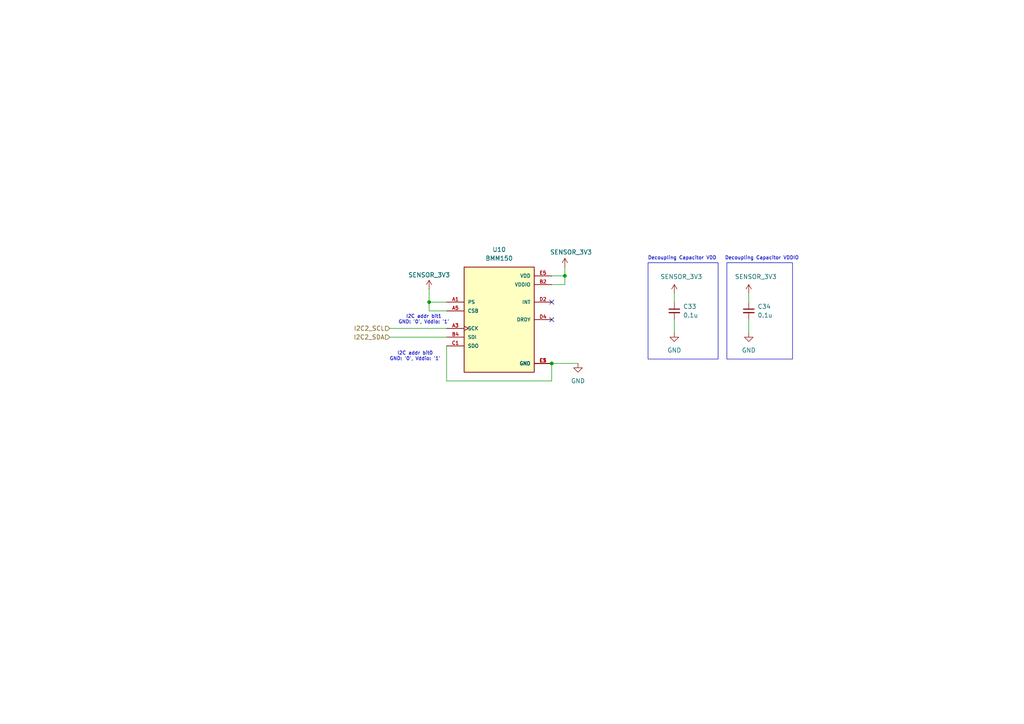
<source format=kicad_sch>
(kicad_sch (version 20231120) (generator "eeschema") (generator_version "8.0")
  (paper "A4")
  (lib_symbols
    (symbol "Device:C_Small" (pin_numbers hide) (pin_names (offset 0.254) hide)
      (property "Reference" "C" (at 0.254 1.778 0))
      (property "Value" "C_Small" (at 0.254 -2.032 0))
      (symbol "C_Small_0_1"
        (polyline (pts (xy -1.524 -0.508) (xy 1.524 -0.508)) (stroke (width 0.3302)))
        (polyline (pts (xy -1.524 0.508) (xy 1.524 0.508)) (stroke (width 0.3048)))
      )
      (symbol "C_Small_1_1"
        (pin passive line (at 0 2.54 270) (length 2.032) (name "~") (number "1"))
        (pin passive line (at 0 -2.54 90) (length 2.032) (name "~") (number "2"))
      )
    )
    (symbol "Magnetometer:BMM150" (pin_names (offset 1.016))
      (property "Reference" "U" (at -10.16 16.51 0))
      (property "Value" "BMM150" (at -10.16 -16.51 0))
      (symbol "BMM150_0_0"
        (rectangle (start -10.16 -15.24) (end 10.16 15.24) (stroke (width 0.254)) (fill (type background)))
        (pin input line (at -15.24 5.08 0) (length 5.08) (name "PS") (number "A1"))
        (pin input clock (at -15.24 -2.54 0) (length 5.08) (name "SCK") (number "A3"))
        (pin input line (at -15.24 2.54 0) (length 5.08) (name "CSB") (number "A5"))
        (pin power_in line (at 15.24 10.16 180) (length 5.08) (name "VDDIO") (number "B2"))
        (pin bidirectional line (at -15.24 -5.08 0) (length 5.08) (name "SDI") (number "B4"))
        (pin output line (at -15.24 -7.62 0) (length 5.08) (name "SDO") (number "C1"))
        (pin power_in line (at 15.24 -12.7 180) (length 5.08) (name "GND") (number "C5"))
        (pin output line (at 15.24 5.08 180) (length 5.08) (name "INT") (number "D2"))
        (pin output line (at 15.24 0 180) (length 5.08) (name "DRDY") (number "D4"))
        (pin power_in line (at 15.24 -12.7 180) (length 5.08) (name "GND") (number "E1"))
        (pin power_in line (at 15.24 -12.7 180) (length 5.08) (name "GND") (number "E3"))
        (pin power_in line (at 15.24 12.7 180) (length 5.08) (name "VDD") (number "E5"))
      )
    )
    (symbol "power:+3.3V" (power) (pin_numbers hide) (pin_names (offset 0) hide)
      (property "Value" "+3.3V" (at 0 3.556 0))
      (symbol "+3.3V_0_1"
        (polyline (pts (xy -0.762 1.27) (xy 0 2.54)))
        (polyline (pts (xy 0 0) (xy 0 2.54)))
        (polyline (pts (xy 0 2.54) (xy 0.762 1.27)))
      )
      (symbol "+3.3V_1_1"
        (pin power_in line (at 0 0 90) (length 0) (name "~") (number "1"))
      )
    )
    (symbol "power:GND" (power) (pin_numbers hide) (pin_names (offset 0) hide)
      (property "Value" "GND" (at 0 -3.81 0))
      (symbol "GND_0_1"
        (polyline (pts (xy 0 0) (xy 0 -1.27) (xy 1.27 -1.27) (xy 0 -2.54) (xy -1.27 -1.27) (xy 0 -1.27)))
      )
      (symbol "GND_1_1"
        (pin power_in line (at 0 0 270) (length 0) (name "~") (number "1"))
      )
    )
  )
  (junction (at 163.83 80.01))
  (junction (at 160.02 105.41))
  (junction (at 124.46 87.63))
  (no_connect (at 160.02 87.63))
  (no_connect (at 160.02 92.71))
  (wire (pts (xy 163.83 77.47) (xy 163.83 80.01)))
  (wire (pts (xy 163.83 82.55) (xy 160.02 82.55)))
  (wire (pts (xy 217.17 85.09) (xy 217.17 87.63)))
  (wire (pts (xy 160.02 80.01) (xy 163.83 80.01)))
  (wire (pts (xy 124.46 83.82) (xy 124.46 87.63)))
  (wire (pts (xy 217.17 92.71) (xy 217.17 96.52)))
  (wire (pts (xy 160.02 110.49) (xy 160.02 105.41)))
  (wire (pts (xy 113.03 97.79) (xy 129.54 97.79)))
  (wire (pts (xy 124.46 87.63) (xy 124.46 90.17)))
  (wire (pts (xy 163.83 80.01) (xy 163.83 82.55)))
  (wire (pts (xy 160.02 105.41) (xy 167.64 105.41)))
  (wire (pts (xy 124.46 87.63) (xy 129.54 87.63)))
  (wire (pts (xy 195.58 92.71) (xy 195.58 96.52)))
  (wire (pts (xy 129.54 110.49) (xy 160.02 110.49)))
  (wire (pts (xy 195.58 87.63) (xy 195.58 85.09)))
  (wire (pts (xy 129.54 100.33) (xy 129.54 110.49)))
  (wire (pts (xy 124.46 90.17) (xy 129.54 90.17)))
  (wire (pts (xy 113.03 95.25) (xy 129.54 95.25)))
  (rectangle (start 187.96 76.2) (end 208.28 104.14))
  (rectangle (start 210.82 76.2) (end 229.87 104.14))
  (text "I2C addr bit1\nGND: '0', Vddio: '1'\n" (at 122.936 92.71 0) (effects (font (size 1 1))))
  (text "Decoupling Capacitor VDDIO\n" (at 220.98 74.93 0) (effects (font (size 1 1))))
  (text "I2C addr bit0\nGND: '0', Vddio: '1'\n" (at 120.396 103.378 0) (effects (font (size 1 1))))
  (text "Decoupling Capacitor VDD" (at 197.866 74.93 0) (effects (font (size 1 1))))
  (hierarchical_label "I2C2_SDA" (shape input) (at 113.03 97.79 180))
  (hierarchical_label "I2C2_SCL" (shape input) (at 113.03 95.25 180))
  (symbol (lib_id "Device:C_Small") (at 217.17 90.17 0) (unit 1)
    (property "Reference" "C34" (at 219.71 88.9062 0) (effects (justify left)))
    (property "Value" "0.1u" (at 219.71 91.4462 0) (effects (justify left)))
    (property "Footprint" "Capacitor_SMD:C_0402_1005Metric_Pad0.74x0.62mm_HandSolder" (effects (hide yes)))
    (property "Description" "Unpolarized capacitor, small symbol" (effects (hide yes)))
  )
  (symbol (lib_id "power:+3.3V") (at 195.58 85.09 0) (unit 1)
    (property "Reference" "#PWR045" (effects (hide yes)))
    (property "Value" "SENSOR_3V3" (at 191.516 80.264 0) (effects (justify left)))
    (property "Description" "Power symbol creates a global label with name \"+1.8V\"" (effects (hide yes)))
  )
  (symbol (lib_id "Magnetometer:BMM150") (at 144.78 92.71 0) (unit 1)
    (property "Reference" "U10" (at 144.78 72.39 0))
    (property "Value" "BMM150" (at 144.78 74.93 0))
    (property "Footprint" "BMM150:XDCR_BMM150" (effects (hide yes)))
    (property "Description" "BMM150 Series 3.6 V Surface Mount Three-Axis Geomagnetic Sensor - WLCSP-12" (effects (hide yes)))
    (property "MF" "Bosch Sensortec" (effects (hide yes)))
    (property "DESCRIPTION" "BMM150 Series 3.6 V Surface Mount Three-Axis Geomagnetic Sensor - WLCSP-12" (effects (hide yes)))
    (property "PACKAGE" "WLCSP-12 Bosch" (effects (hide yes)))
    (property "PRICE" "None" (effects (hide yes)))
    (property "Package" "WLCSP-12 Bosch" (effects (hide yes)))
    (property "Check_prices" "https://www.snapeda.com/parts/BMM150/Bosch+Sensortec/view-part/?ref=eda" (effects (hide yes)))
    (property "Price" "None" (effects (hide yes)))
    (property "SnapEDA_Link" "https://www.snapeda.com/parts/BMM150/Bosch+Sensortec/view-part/?ref=snap" (effects (hide yes)))
    (property "MP" "BMM150" (effects (hide yes)))
    (property "Purchase-URL" "https://www.snapeda.com/api/url_track_click_mouser/?unipart_id=45416&manufacturer=Bosch Sensortec&part_name=BMM150&search_term=bmm150" (effects (hide yes)))
    (property "Availability" "In Stock" (effects (hide yes)))
    (property "AVAILABILITY" "Unavailable" (effects (hide yes)))
    (property "Description_1" "\nFlipCore, Hall Effect Sensor X, Y, Z Axis 12-WLCSP (1.56x1.56)\n" (effects (hide yes)))
  )
  (symbol (lib_id "power:GND") (at 167.64 105.41 0) (unit 1)
    (property "Reference" "#PWR058" (effects (hide yes)))
    (property "Value" "GND" (at 167.64 110.49 0))
    (property "Description" "Power symbol creates a global label with name \"GND\" , ground" (effects (hide yes)))
  )
  (symbol (lib_id "power:+3.3V") (at 124.46 83.82 0) (unit 1)
    (property "Reference" "#PWR055" (effects (hide yes)))
    (property "Value" "SENSOR_3V3" (at 118.364 79.756 0) (effects (justify left)))
    (property "Description" "Power symbol creates a global label with name \"+3.3V\"" (effects (hide yes)))
  )
  (symbol (lib_id "power:+3.3V") (at 217.17 85.09 0) (unit 1)
    (property "Reference" "#PWR061" (effects (hide yes)))
    (property "Value" "SENSOR_3V3" (at 213.106 80.264 0) (effects (justify left)))
    (property "Description" "Power symbol creates a global label with name \"+1.8V\"" (effects (hide yes)))
  )
  (symbol (lib_id "power:+3.3V") (at 163.83 77.47 0) (unit 1)
    (property "Reference" "#PWR044" (effects (hide yes)))
    (property "Value" "SENSOR_3V3" (at 159.512 73.152 0) (effects (justify left)))
    (property "Description" "Power symbol creates a global label with name \"+3.3V\"" (effects (hide yes)))
  )
  (symbol (lib_id "power:GND") (at 217.17 96.52 0) (unit 1)
    (property "Reference" "#PWR062" (effects (hide yes)))
    (property "Value" "GND" (at 217.17 101.6 0))
    (property "Description" "Power symbol creates a global label with name \"GND\" , ground" (effects (hide yes)))
  )
  (symbol (lib_id "Device:C_Small") (at 195.58 90.17 0) (unit 1)
    (property "Reference" "C33" (at 198.12 88.9062 0) (effects (justify left)))
    (property "Value" "0.1u" (at 198.12 91.4462 0) (effects (justify left)))
    (property "Footprint" "Capacitor_SMD:C_0402_1005Metric_Pad0.74x0.62mm_HandSolder" (effects (hide yes)))
    (property "Description" "Unpolarized capacitor, small symbol" (effects (hide yes)))
  )
  (symbol (lib_id "power:GND") (at 195.58 96.52 0) (unit 1)
    (property "Reference" "#PWR060" (effects (hide yes)))
    (property "Value" "GND" (at 195.58 101.6 0))
    (property "Description" "Power symbol creates a global label with name \"GND\" , ground" (effects (hide yes)))
  )
)
</source>
